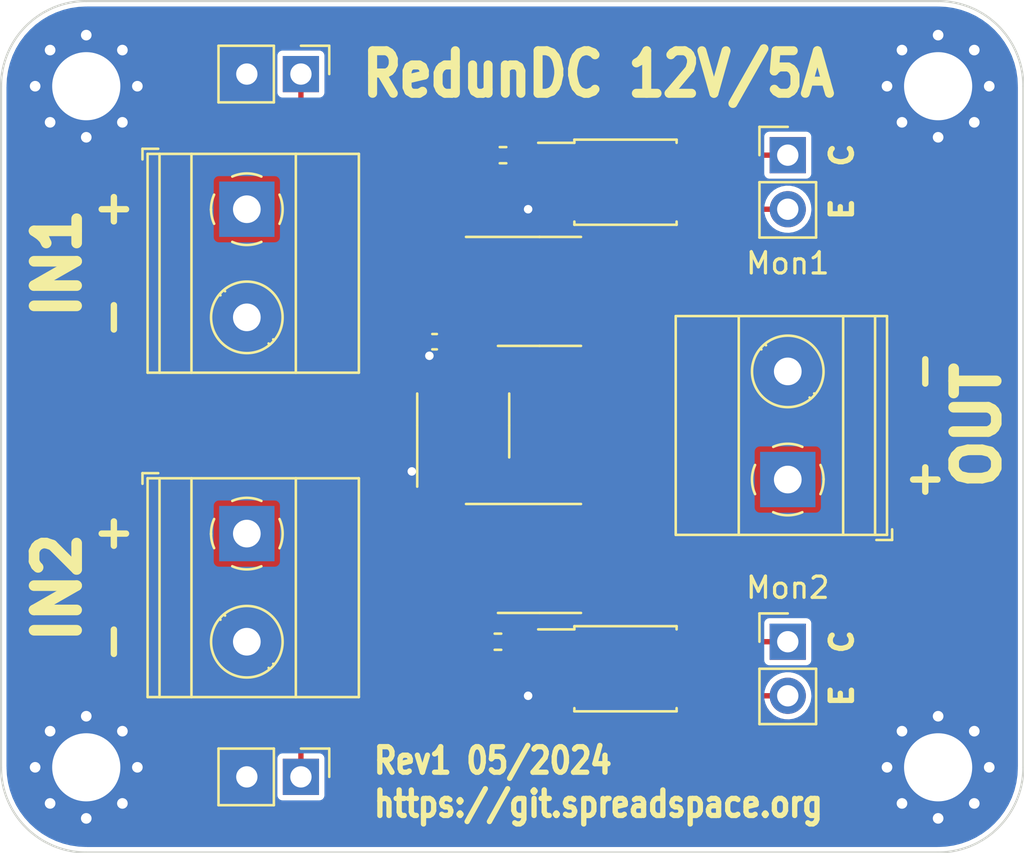
<source format=kicad_pcb>
(kicad_pcb (version 20211014) (generator pcbnew)
  (layers (0 "F.Cu" signal) (31 "B.Cu" signal) (34 "B.Paste" user) (35 "F.Paste" user) (36 "B.SilkS" user "B.Silkscreen") (37 "F.SilkS" user "F.Silkscreen") (38 "B.Mask" user) (39 "F.Mask" user) (44 "Edge.Cuts" user))
  (net 0 "")
  (net 1 "Net-(C1-Pad1)")
  (net 2 "GND")
  (net 3 "Net-(Q1-Pad4)")
  (net 4 "Net-(Q2-Pad4)")
  (net 10 "/IN1")
  (net 11 "/OUT")
  (net 12 "/IN2")
  (net 13 "Net-(R1-Pad2)")
  (net 14 "Net-(R2-Pad2)")
  (net 15 "Net-(U2-Pad3)")
  (net 16 "Net-(U2-Pad4)")
  (net 17 "Net-(U3-Pad3)")
  (net 18 "Net-(J5-Pad1)")
  (footprint "Connector_PinHeader_2.54mm:PinHeader_1x02_P2.54mm_Vertical" (layer "F.Cu") (at 132.08 107.95 -90)
    (fp_text reference "J7" hide)
    (fp_text value "Led2" hide)
    (fp_line (start 1.33 1.27) (end 1.33 3.87) (layer "F.SilkS") (width 0.12))
    (fp_line (start -1.33 1.27) (end -1.33 3.87) (layer "F.SilkS") (width 0.12))
    (fp_line (start -1.33 -1.33) (end 0 -1.33) (layer "F.SilkS") (width 0.12))
    (fp_line (start -1.33 0) (end -1.33 -1.33) (layer "F.SilkS") (width 0.12))
    (fp_line (start -1.33 1.27) (end 1.33 1.27) (layer "F.SilkS") (width 0.12))
    (fp_line (start -1.33 3.87) (end 1.33 3.87) (layer "F.SilkS") (width 0.12))
    (pad "1" thru_hole rect (at 0 0 270) (size 1.7 1.7) (drill 1) (layers *.Cu *.Mask) (net 12 "/IN2"))
    (pad "2" thru_hole oval (at 0 2.54 270) (size 1.7 1.7) (drill 1) (layers *.Cu *.Mask) (net 2 "GND"))
  )
  (footprint "Package_SO:SO-4_4.4x3.6mm_P2.54mm" (layer "F.Cu") (at 147.32 102.87)
    (fp_text reference "U3" hide)
    (fp_text value "LTV-358T")
    (fp_line (start -2.4 -1.85) (end -4.1 -1.85) (layer "F.SilkS") (width 0.12))
    (fp_line (start 2.4 -2) (end 2.4 -1.85) (layer "F.SilkS") (width 0.12))
    (fp_line (start -2.4 -2) (end 2.4 -2) (layer "F.SilkS") (width 0.12))
    (fp_line (start 2.4 1.85) (end 2.4 2) (layer "F.SilkS") (width 0.12))
    (fp_line (start -2.4 -1.85) (end -2.4 -2) (layer "F.SilkS") (width 0.12))
    (fp_line (start 2.4 2) (end -2.4 2) (layer "F.SilkS") (width 0.12))
    (fp_line (start -2.4 2) (end -2.4 1.85) (layer "F.SilkS") (width 0.12))
    (pad "1" smd rect (at -3.15 -1.27) (size 2 0.64) (layers "F.Cu" "F.Paste" "F.Mask") (net 14 "Net-(R2-Pad2)"))
    (pad "2" smd rect (at -3.15 1.27) (size 2 0.64) (layers "F.Cu" "F.Paste" "F.Mask") (net 2 "GND"))
    (pad "3" smd rect (at 3.15 1.27) (size 2 0.64) (layers "F.Cu" "F.Paste" "F.Mask") (net 17 "Net-(U3-Pad3)"))
    (pad "4" smd rect (at 3.15 -1.27) (size 2 0.64) (layers "F.Cu" "F.Paste" "F.Mask") (net 18 "Net-(J5-Pad1)"))
  )
  (footprint "Package_SO:SO-4_4.4x3.6mm_P2.54mm" (layer "F.Cu") (at 147.32 80.01)
    (fp_text reference "U2" hide)
    (fp_text value "LTV-358T")
    (fp_line (start -2.4 2) (end -2.4 1.85) (layer "F.SilkS") (width 0.12))
    (fp_line (start 2.4 2) (end -2.4 2) (layer "F.SilkS") (width 0.12))
    (fp_line (start 2.4 -2) (end 2.4 -1.85) (layer "F.SilkS") (width 0.12))
    (fp_line (start -2.4 -1.85) (end -4.1 -1.85) (layer "F.SilkS") (width 0.12))
    (fp_line (start -2.4 -1.85) (end -2.4 -2) (layer "F.SilkS") (width 0.12))
    (fp_line (start 2.4 1.85) (end 2.4 2) (layer "F.SilkS") (width 0.12))
    (fp_line (start -2.4 -2) (end 2.4 -2) (layer "F.SilkS") (width 0.12))
    (pad "1" smd rect (at -3.15 -1.27) (size 2 0.64) (layers "F.Cu" "F.Paste" "F.Mask") (net 13 "Net-(R1-Pad2)"))
    (pad "2" smd rect (at -3.15 1.27) (size 2 0.64) (layers "F.Cu" "F.Paste" "F.Mask") (net 2 "GND"))
    (pad "3" smd rect (at 3.15 1.27) (size 2 0.64) (layers "F.Cu" "F.Paste" "F.Mask") (net 15 "Net-(U2-Pad3)"))
    (pad "4" smd rect (at 3.15 -1.27) (size 2 0.64) (layers "F.Cu" "F.Paste" "F.Mask") (net 16 "Net-(U2-Pad4)"))
  )
  (footprint "Package_SO:SOIC-8_3.9x4.9mm_P1.27mm" (layer "F.Cu") (at 143.2814 85.1408)
    (fp_text reference "Q1" hide)
    (fp_text value "Si4162DY")
    (fp_line (start 0 2.56) (end -1.95 2.56) (layer "F.SilkS") (width 0.12))
    (fp_line (start 0 -2.56) (end 1.95 -2.56) (layer "F.SilkS") (width 0.12))
    (fp_line (start 0 -2.56) (end -3.45 -2.56) (layer "F.SilkS") (width 0.12))
    (fp_line (start 0 2.56) (end 1.95 2.56) (layer "F.SilkS") (width 0.12))
    (pad "1" smd roundrect (at -2.475 -1.905) (size 1.95 0.6) (layers "F.Cu" "F.Paste" "F.Mask") (net 10 "/IN1"))
    (pad "2" smd roundrect (at -2.475 -0.635) (size 1.95 0.6) (layers "F.Cu" "F.Paste" "F.Mask") (net 10 "/IN1"))
    (pad "3" smd roundrect (at -2.475 0.635) (size 1.95 0.6) (layers "F.Cu" "F.Paste" "F.Mask") (net 10 "/IN1"))
    (pad "4" smd roundrect (at -2.475 1.905) (size 1.95 0.6) (layers "F.Cu" "F.Paste" "F.Mask") (net 3 "Net-(Q1-Pad4)"))
    (pad "5" smd roundrect (at 2.475 1.905) (size 1.95 0.6) (layers "F.Cu" "F.Paste" "F.Mask") (net 11 "/OUT"))
    (pad "6" smd roundrect (at 2.475 0.635) (size 1.95 0.6) (layers "F.Cu" "F.Paste" "F.Mask") (net 11 "/OUT"))
    (pad "7" smd roundrect (at 2.475 -0.635) (size 1.95 0.6) (layers "F.Cu" "F.Paste" "F.Mask") (net 11 "/OUT"))
    (pad "8" smd roundrect (at 2.475 -1.905) (size 1.95 0.6) (layers "F.Cu" "F.Paste" "F.Mask") (net 11 "/OUT"))
  )
  (footprint "TerminalBlock_Phoenix:TerminalBlock_Phoenix_MKDS-1,5-2-5.08_1x02_P5.08mm_Horizontal" (layer "F.Cu") (at 129.54 96.52 -90)
    (fp_text reference "J3" hide)
    (fp_text value "IN2" (at 2.54 8.89 90) (layer "F.SilkS") (effects (font (size 2 2) (thickness 0.5))))
    (fp_line (start 3.853 1.023) (end 3.806 1.069) (layer "F.SilkS") (width 0.12))
    (fp_line (start -2.6 2.6) (end 7.68 2.6) (layer "F.SilkS") (width 0.12))
    (fp_line (start -2.84 4.16) (end -2.84 4.9) (layer "F.SilkS") (width 0.12))
    (fp_line (start 6.15 -1.275) (end 6.115 -1.239) (layer "F.SilkS") (width 0.12))
    (fp_line (start -2.6 -2.301) (end 7.68 -2.301) (layer "F.SilkS") (width 0.12))
    (fp_line (start -2.6 4.1) (end 7.68 4.1) (layer "F.SilkS") (width 0.12))
    (fp_line (start -2.84 4.9) (end -2.34 4.9) (layer "F.SilkS") (width 0.12))
    (fp_line (start 4.046 1.239) (end 4.011 1.274) (layer "F.SilkS") (width 0.12))
    (fp_line (start -2.6 -5.261) (end 7.68 -5.261) (layer "F.SilkS") (width 0.12))
    (fp_line (start -2.6 -5.261) (end -2.6 4.66) (layer "F.SilkS") (width 0.12))
    (fp_line (start 7.68 -5.261) (end 7.68 4.66) (layer "F.SilkS") (width 0.12))
    (fp_line (start -2.6 4.66) (end 7.68 4.66) (layer "F.SilkS") (width 0.12))
    (fp_line (start 6.355 -1.069) (end 6.308 -1.023) (layer "F.SilkS") (width 0.12))
    (fp_arc (start 1.535427 -0.683042) (mid 1.680501 0.000524) (end 1.535 0.684) (layer "F.SilkS") (width 0.12))
    (fp_arc (start -0.683042 -1.535427) (mid 0.000524 -1.680501) (end 0.684 -1.535) (layer "F.SilkS") (width 0.12))
    (fp_arc (start 0.683318 1.534756) (mid 0.349292 1.643288) (end 0 1.68) (layer "F.SilkS") (width 0.12))
    (fp_arc (start 0.028805 1.680253) (mid -0.335551 1.646659) (end -0.684 1.535) (layer "F.SilkS") (width 0.12))
    (fp_arc (start -1.535427 0.683042) (mid -1.680501 -0.000524) (end -1.535 -0.684) (layer "F.SilkS") (width 0.12))
    (fp_circle (center 5.08 0) (end 6.76 0) (layer "F.SilkS") (width 0.12) (fill none))
    (pad "1" thru_hole rect (at 0 0 270) (size 2.6 2.6) (drill 1.3) (layers *.Cu *.Mask) (net 12 "/IN2"))
    (pad "2" thru_hole circle (at 5.08 0 270) (size 2.6 2.6) (drill 1.3) (layers *.Cu *.Mask) (net 2 "GND"))
  )
  (footprint "Capacitor_SMD:C_0402_1005Metric" (layer "F.Cu") (at 138.3564 87.503 180)
    (fp_text reference "C1" hide)
    (fp_text value "C")
    (fp_line (start -0.107836 0.36) (end 0.107836 0.36) (layer "F.SilkS") (width 0.12))
    (fp_line (start -0.107836 -0.36) (end 0.107836 -0.36) (layer "F.SilkS") (width 0.12))
    (pad "1" smd roundrect (at -0.48 0 180) (size 0.56 0.62) (layers "F.Cu" "F.Paste" "F.Mask") (net 1 "Net-(C1-Pad1)"))
    (pad "2" smd roundrect (at 0.48 0 180) (size 0.56 0.62) (layers "F.Cu" "F.Paste" "F.Mask") (net 2 "GND"))
  )
  (footprint "Connector_PinHeader_2.54mm:PinHeader_1x02_P2.54mm_Vertical" (layer "F.Cu") (at 132.08 74.93 -90)
    (fp_text reference "J6" hide)
    (fp_text value "Led1" hide)
    (fp_line (start -1.33 0) (end -1.33 -1.33) (layer "F.SilkS") (width 0.12))
    (fp_line (start -1.33 3.87) (end 1.33 3.87) (layer "F.SilkS") (width 0.12))
    (fp_line (start 1.33 1.27) (end 1.33 3.87) (layer "F.SilkS") (width 0.12))
    (fp_line (start -1.33 1.27) (end 1.33 1.27) (layer "F.SilkS") (width 0.12))
    (fp_line (start -1.33 -1.33) (end 0 -1.33) (layer "F.SilkS") (width 0.12))
    (fp_line (start -1.33 1.27) (end -1.33 3.87) (layer "F.SilkS") (width 0.12))
    (pad "1" thru_hole rect (at 0 0 270) (size 1.7 1.7) (drill 1) (layers *.Cu *.Mask) (net 10 "/IN1"))
    (pad "2" thru_hole oval (at 0 2.54 270) (size 1.7 1.7) (drill 1) (layers *.Cu *.Mask) (net 2 "GND"))
  )
  (footprint "Package_SO:SOIC-8_3.9x4.9mm_P1.27mm" (layer "F.Cu") (at 143.2814 97.6884)
    (fp_text reference "Q2" hide)
    (fp_text value "Si4162DY")
    (fp_line (start 0 2.56) (end -1.95 2.56) (layer "F.SilkS") (width 0.12))
    (fp_line (start 0 -2.56) (end 1.95 -2.56) (layer "F.SilkS") (width 0.12))
    (fp_line (start 0 2.56) (end 1.95 2.56) (layer "F.SilkS") (width 0.12))
    (fp_line (start 0 -2.56) (end -3.45 -2.56) (layer "F.SilkS") (width 0.12))
    (pad "1" smd roundrect (at -2.475 -1.905) (size 1.95 0.6) (layers "F.Cu" "F.Paste" "F.Mask") (net 12 "/IN2"))
    (pad "2" smd roundrect (at -2.475 -0.635) (size 1.95 0.6) (layers "F.Cu" "F.Paste" "F.Mask") (net 12 "/IN2"))
    (pad "3" smd roundrect (at -2.475 0.635) (size 1.95 0.6) (layers "F.Cu" "F.Paste" "F.Mask") (net 12 "/IN2"))
    (pad "4" smd roundrect (at -2.475 1.905) (size 1.95 0.6) (layers "F.Cu" "F.Paste" "F.Mask") (net 4 "Net-(Q2-Pad4)"))
    (pad "5" smd roundrect (at 2.475 1.905) (size 1.95 0.6) (layers "F.Cu" "F.Paste" "F.Mask") (net 11 "/OUT"))
    (pad "6" smd roundrect (at 2.475 0.635) (size 1.95 0.6) (layers "F.Cu" "F.Paste" "F.Mask") (net 11 "/OUT"))
    (pad "7" smd roundrect (at 2.475 -0.635) (size 1.95 0.6) (layers "F.Cu" "F.Paste" "F.Mask") (net 11 "/OUT"))
    (pad "8" smd roundrect (at 2.475 -1.905) (size 1.95 0.6) (layers "F.Cu" "F.Paste" "F.Mask") (net 11 "/OUT"))
  )
  (footprint "MountingHole:MountingHole_3.2mm_M3_Pad_Via" (layer "F.Cu") (at 162 75.5)
    (fp_text reference "H1" hide)
    (fp_text value "MountingHole_Pad" hide)
    (pad "1" thru_hole circle (at 0 -2.4) (size 0.8 0.8) (drill 0.5) (layers *.Cu *.Mask) (net 2 "GND"))
    (pad "1" thru_hole circle (at -2.4 0) (size 0.8 0.8) (drill 0.5) (layers *.Cu *.Mask) (net 2 "GND"))
    (pad "1" thru_hole circle (at -1.697056 1.697056) (size 0.8 0.8) (drill 0.5) (layers *.Cu *.Mask) (net 2 "GND"))
    (pad "1" thru_hole circle (at -1.697056 -1.697056) (size 0.8 0.8) (drill 0.5) (layers *.Cu *.Mask) (net 2 "GND"))
    (pad "1" thru_hole circle (at 1.697056 1.697056) (size 0.8 0.8) (drill 0.5) (layers *.Cu *.Mask) (net 2 "GND"))
    (pad "1" thru_hole circle (at 0 2.4) (size 0.8 0.8) (drill 0.5) (layers *.Cu *.Mask) (net 2 "GND"))
    (pad "1" thru_hole circle (at 1.697056 -1.697056) (size 0.8 0.8) (drill 0.5) (layers *.Cu *.Mask) (net 2 "GND"))
    (pad "1" thru_hole circle (at 0 0) (size 6.4 6.4) (drill 3.2) (layers *.Cu *.Mask) (net 2 "GND"))
    (pad "1" thru_hole circle (at 2.4 0) (size 0.8 0.8) (drill 0.5) (layers *.Cu *.Mask) (net 2 "GND"))
  )
  (footprint "Resistor_SMD:R_0402_1005Metric" (layer "F.Cu") (at 141.332282 101.6)
    (fp_text reference "R2" hide)
    (fp_text value "390R")
    (fp_line (start -0.153641 0.38) (end 0.153641 0.38) (layer "F.SilkS") (width 0.12))
    (fp_line (start -0.153641 -0.38) (end 0.153641 -0.38) (layer "F.SilkS") (width 0.12))
    (pad "1" smd roundrect (at -0.51 0) (size 0.54 0.64) (layers "F.Cu" "F.Paste" "F.Mask") (net 12 "/IN2"))
    (pad "2" smd roundrect (at 0.51 0) (size 0.54 0.64) (layers "F.Cu" "F.Paste" "F.Mask") (net 14 "Net-(R2-Pad2)"))
  )
  (footprint "TerminalBlock_Phoenix:TerminalBlock_Phoenix_MKDS-1,5-2-5.08_1x02_P5.08mm_Horizontal" (layer "F.Cu") (at 154.94 93.98 90)
    (fp_text reference "J2" hide)
    (fp_text value "OUT" (at 2.54 8.89 90) (layer "F.SilkS") (effects (font (size 2 2) (thickness 0.5))))
    (fp_line (start -2.6 2.6) (end 7.68 2.6) (layer "F.SilkS") (width 0.12))
    (fp_line (start -2.6 4.1) (end 7.68 4.1) (layer "F.SilkS") (width 0.12))
    (fp_line (start 3.853 1.023) (end 3.806 1.069) (layer "F.SilkS") (width 0.12))
    (fp_line (start -2.84 4.9) (end -2.34 4.9) (layer "F.SilkS") (width 0.12))
    (fp_line (start 7.68 -5.261) (end 7.68 4.66) (layer "F.SilkS") (width 0.12))
    (fp_line (start -2.6 4.66) (end 7.68 4.66) (layer "F.SilkS") (width 0.12))
    (fp_line (start 6.355 -1.069) (end 6.308 -1.023) (layer "F.SilkS") (width 0.12))
    (fp_line (start -2.6 -5.261) (end 7.68 -5.261) (layer "F.SilkS") (width 0.12))
    (fp_line (start -2.6 -2.301) (end 7.68 -2.301) (layer "F.SilkS") (width 0.12))
    (fp_line (start -2.6 -5.261) (end -2.6 4.66) (layer "F.SilkS") (width 0.12))
    (fp_line (start 4.046 1.239) (end 4.011 1.274) (layer "F.SilkS") (width 0.12))
    (fp_line (start -2.84 4.16) (end -2.84 4.9) (layer "F.SilkS") (width 0.12))
    (fp_line (start 6.15 -1.275) (end 6.115 -1.239) (layer "F.SilkS") (width 0.12))
    (fp_arc (start -1.535427 0.683042) (mid -1.680501 -0.000524) (end -1.535 -0.684) (layer "F.SilkS") (width 0.12))
    (fp_arc (start 0.028805 1.680253) (mid -0.335551 1.646659) (end -0.684 1.535) (layer "F.SilkS") (width 0.12))
    (fp_arc (start 1.535427 -0.683042) (mid 1.680501 0.000524) (end 1.535 0.684) (layer "F.SilkS") (width 0.12))
    (fp_arc (start -0.683042 -1.535427) (mid 0.000524 -1.680501) (end 0.684 -1.535) (layer "F.SilkS") (width 0.12))
    (fp_arc (start 0.683318 1.534756) (mid 0.349292 1.643288) (end 0 1.68) (layer "F.SilkS") (width 0.12))
    (fp_circle (center 5.08 0) (end 6.76 0) (layer "F.SilkS") (width 0.12) (fill none))
    (pad "1" thru_hole rect (at 0 0 90) (size 2.6 2.6) (drill 1.3) (layers *.Cu *.Mask) (net 11 "/OUT"))
    (pad "2" thru_hole circle (at 5.08 0 90) (size 2.6 2.6) (drill 1.3) (layers *.Cu *.Mask) (net 2 "GND"))
  )
  (footprint "MountingHole:MountingHole_3.2mm_M3_Pad_Via" (layer "F.Cu") (at 162 107.5)
    (fp_text reference "H4" hide)
    (fp_text value "MountingHole_Pad" hide)
    (pad "1" thru_hole circle (at 0 0) (size 6.4 6.4) (drill 3.2) (layers *.Cu *.Mask) (net 2 "GND"))
    (pad "1" thru_hole circle (at -1.697056 1.697056) (size 0.8 0.8) (drill 0.5) (layers *.Cu *.Mask) (net 2 "GND"))
    (pad "1" thru_hole circle (at 2.4 0) (size 0.8 0.8) (drill 0.5) (layers *.Cu *.Mask) (net 2 "GND"))
    (pad "1" thru_hole circle (at 1.697056 1.697056) (size 0.8 0.8) (drill 0.5) (layers *.Cu *.Mask) (net 2 "GND"))
    (pad "1" thru_hole circle (at -1.697056 -1.697056) (size 0.8 0.8) (drill 0.5) (layers *.Cu *.Mask) (net 2 "GND"))
    (pad "1" thru_hole circle (at 0 -2.4) (size 0.8 0.8) (drill 0.5) (layers *.Cu *.Mask) (net 2 "GND"))
    (pad "1" thru_hole circle (at 1.697056 -1.697056) (size 0.8 0.8) (drill 0.5) (layers *.Cu *.Mask) (net 2 "GND"))
    (pad "1" thru_hole circle (at -2.4 0) (size 0.8 0.8) (drill 0.5) (layers *.Cu *.Mask) (net 2 "GND"))
    (pad "1" thru_hole circle (at 0 2.4) (size 0.8 0.8) (drill 0.5) (layers *.Cu *.Mask) (net 2 "GND"))
  )
  (footprint "MountingHole:MountingHole_3.2mm_M3_Pad_Via" (layer "F.Cu") (at 122 75.5)
    (fp_text reference "H3" hide)
    (fp_text value "MountingHole_Pad" hide)
    (pad "1" thru_hole circle (at 1.697056 1.697056) (size 0.8 0.8) (drill 0.5) (layers *.Cu *.Mask) (net 2 "GND"))
    (pad "1" thru_hole circle (at 1.697056 -1.697056) (size 0.8 0.8) (drill 0.5) (layers *.Cu *.Mask) (net 2 "GND"))
    (pad "1" thru_hole circle (at -1.697056 1.697056) (size 0.8 0.8) (drill 0.5) (layers *.Cu *.Mask) (net 2 "GND"))
    (pad "1" thru_hole circle (at 0 -2.4) (size 0.8 0.8) (drill 0.5) (layers *.Cu *.Mask) (net 2 "GND"))
    (pad "1" thru_hole circle (at 0 2.4) (size 0.8 0.8) (drill 0.5) (layers *.Cu *.Mask) (net 2 "GND"))
    (pad "1" thru_hole circle (at -1.697056 -1.697056) (size 0.8 0.8) (drill 0.5) (layers *.Cu *.Mask) (net 2 "GND"))
    (pad "1" thru_hole circle (at 2.4 0) (size 0.8 0.8) (drill 0.5) (layers *.Cu *.Mask) (net 2 "GND"))
    (pad "1" thru_hole circle (at 0 0) (size 6.4 6.4) (drill 3.2) (layers *.Cu *.Mask) (net 2 "GND"))
    (pad "1" thru_hole circle (at -2.4 0) (size 0.8 0.8) (drill 0.5) (layers *.Cu *.Mask) (net 2 "GND"))
  )
  (footprint "Package_SO:MSOP-16_3x4mm_P0.5mm" (layer "F.Cu") (at 139.7 91.44 90)
    (fp_text reference "U1" hide)
    (fp_text value "LTC4370xMS")
    (fp_line (start 0 2.16) (end -1.5 2.16) (layer "F.SilkS") (width 0.12))
    (fp_line (start 0 -2.16) (end -2.875 -2.16) (layer "F.SilkS") (width 0.12))
    (fp_line (start 0 -2.16) (end 1.5 -2.16) (layer "F.SilkS") (width 0.12))
    (fp_line (start 0 2.16) (end 1.5 2.16) (layer "F.SilkS") (width 0.12))
    (pad "1" smd roundrect (at -2.15 -1.75 90) (size 1.45 0.3) (layers "F.Cu" "F.Paste" "F.Mask") (net 2 "GND"))
    (pad "2" smd roundrect (at -2.15 -1.25 90) (size 1.45 0.3) (layers "F.Cu" "F.Paste" "F.Mask") (net 1 "Net-(C1-Pad1)"))
    (pad "3" smd roundrect (at -2.15 -0.75 90) (size 1.45 0.3) (layers "F.Cu" "F.Paste" "F.Mask"))
    (pad "4" smd roundrect (at -2.15 -0.25 90) (size 1.45 0.3) (layers "F.Cu" "F.Paste" "F.Mask") (net 12 "/IN2"))
    (pad "5" smd roundrect (at -2.15 0.25 90) (size 1.45 0.3) (layers "F.Cu" "F.Paste" "F.Mask") (net 4 "Net-(Q2-Pad4)"))
    (pad "6" smd roundrect (at -2.15 0.75 90) (size 1.45 0.3) (layers "F.Cu" "F.Paste" "F.Mask"))
    (pad "7" smd roundrect (at -2.15 1.25 90) (size 1.45 0.3) (layers "F.Cu" "F.Paste" "F.Mask") (net 11 "/OUT"))
    (pad "8" smd roundrect (at -2.15 1.75 90) (size 1.45 0.3) (layers "F.Cu" "F.Paste" "F.Mask"))
    (pad "9" smd roundrect (at 2.15 1.75 90) (size 1.45 0.3) (layers "F.Cu" "F.Paste" "F.Mask"))
    (pad "10" smd roundrect (at 2.15 1.25 90) (size 1.45 0.3) (layers "F.Cu" "F.Paste" "F.Mask") (net 11 "/OUT"))
    (pad "11" smd roundrect (at 2.15 0.75 90) (size 1.45 0.3) (layers "F.Cu" "F.Paste" "F.Mask"))
    (pad "12" smd roundrect (at 2.15 0.25 90) (size 1.45 0.3) (layers "F.Cu" "F.Paste" "F.Mask") (net 3 "Net-(Q1-Pad4)"))
    (pad "13" smd roundrect (at 2.15 -0.25 90) (size 1.45 0.3) (layers "F.Cu" "F.Paste" "F.Mask") (net 10 "/IN1"))
    (pad "14" smd roundrect (at 2.15 -0.75 90) (size 1.45 0.3) (layers "F.Cu" "F.Paste" "F.Mask") (net 1 "Net-(C1-Pad1)"))
    (pad "15" smd roundrect (at 2.15 -1.25 90) (size 1.45 0.3) (layers "F.Cu" "F.Paste" "F.Mask") (net 2 "GND"))
    (pad "16" smd roundrect (at 2.15 -1.75 90) (size 1.45 0.3) (layers "F.Cu" "F.Paste" "F.Mask") (net 2 "GND"))
  )
  (footprint "MountingHole:MountingHole_3.2mm_M3_Pad_Via" (layer "F.Cu") (at 122 107.5)
    (fp_text reference "H2" hide)
    (fp_text value "MountingHole_Pad" hide)
    (pad "1" thru_hole circle (at 1.697056 -1.697056) (size 0.8 0.8) (drill 0.5) (layers *.Cu *.Mask) (net 2 "GND"))
    (pad "1" thru_hole circle (at -2.4 0) (size 0.8 0.8) (drill 0.5) (layers *.Cu *.Mask) (net 2 "GND"))
    (pad "1" thru_hole circle (at 2.4 0) (size 0.8 0.8) (drill 0.5) (layers *.Cu *.Mask) (net 2 "GND"))
    (pad "1" thru_hole circle (at 0 -2.4) (size 0.8 0.8) (drill 0.5) (layers *.Cu *.Mask) (net 2 "GND"))
    (pad "1" thru_hole circle (at -1.697056 -1.697056) (size 0.8 0.8) (drill 0.5) (layers *.Cu *.Mask) (net 2 "GND"))
    (pad "1" thru_hole circle (at 1.697056 1.697056) (size 0.8 0.8) (drill 0.5) (layers *.Cu *.Mask) (net 2 "GND"))
    (pad "1" thru_hole circle (at 0 0) (size 6.4 6.4) (drill 3.2) (layers *.Cu *.Mask) (net 2 "GND"))
    (pad "1" thru_hole circle (at -1.697056 1.697056) (size 0.8 0.8) (drill 0.5) (layers *.Cu *.Mask) (net 2 "GND"))
    (pad "1" thru_hole circle (at 0 2.4) (size 0.8 0.8) (drill 0.5) (layers *.Cu *.Mask) (net 2 "GND"))
  )
  (footprint "Connector_PinHeader_2.54mm:PinHeader_1x02_P2.54mm_Vertical" (layer "F.Cu") (at 154.94 78.74)
    (fp_text reference "J4" hide)
    (fp_text value "Mon1" (at 0 5.08) (layer "F.SilkS"))
    (fp_line (start -1.33 3.87) (end 1.33 3.87) (layer "F.SilkS") (width 0.12))
    (fp_line (start -1.33 -1.33) (end 0 -1.33) (layer "F.SilkS") (width 0.12))
    (fp_line (start -1.33 0) (end -1.33 -1.33) (layer "F.SilkS") (width 0.12))
    (fp_line (start 1.33 1.27) (end 1.33 3.87) (layer "F.SilkS") (width 0.12))
    (fp_line (start -1.33 1.27) (end -1.33 3.87) (layer "F.SilkS") (width 0.12))
    (fp_line (start -1.33 1.27) (end 1.33 1.27) (layer "F.SilkS") (width 0.12))
    (pad "1" thru_hole rect (at 0 0) (size 1.7 1.7) (drill 1) (layers *.Cu *.Mask) (net 16 "Net-(U2-Pad4)"))
    (pad "2" thru_hole oval (at 0 2.54) (size 1.7 1.7) (drill 1) (layers *.Cu *.Mask) (net 15 "Net-(U2-Pad3)"))
  )
  (footprint "TerminalBlock_Phoenix:TerminalBlock_Phoenix_MKDS-1,5-2-5.08_1x02_P5.08mm_Horizontal" (layer "F.Cu") (at 129.54 81.28 -90)
    (fp_text reference "J1" hide)
    (fp_text value "IN1" (at 2.54 8.89 90) (layer "F.SilkS") (effects (font (size 2 2) (thickness 0.5))))
    (fp_line (start -2.84 4.16) (end -2.84 4.9) (layer "F.SilkS") (width 0.12))
    (fp_line (start 3.853 1.023) (end 3.806 1.069) (layer "F.SilkS") (width 0.12))
    (fp_line (start -2.84 4.9) (end -2.34 4.9) (layer "F.SilkS") (width 0.12))
    (fp_line (start 4.046 1.239) (end 4.011 1.274) (layer "F.SilkS") (width 0.12))
    (fp_line (start 6.355 -1.069) (end 6.308 -1.023) (layer "F.SilkS") (width 0.12))
    (fp_line (start -2.6 -2.301) (end 7.68 -2.301) (layer "F.SilkS") (width 0.12))
    (fp_line (start 6.15 -1.275) (end 6.115 -1.239) (layer "F.SilkS") (width 0.12))
    (fp_line (start -2.6 -5.261) (end -2.6 4.66) (layer "F.SilkS") (width 0.12))
    (fp_line (start -2.6 4.1) (end 7.68 4.1) (layer "F.SilkS") (width 0.12))
    (fp_line (start -2.6 2.6) (end 7.68 2.6) (layer "F.SilkS") (width 0.12))
    (fp_line (start -2.6 4.66) (end 7.68 4.66) (layer "F.SilkS") (width 0.12))
    (fp_line (start 7.68 -5.261) (end 7.68 4.66) (layer "F.SilkS") (width 0.12))
    (fp_line (start -2.6 -5.261) (end 7.68 -5.261) (layer "F.SilkS") (width 0.12))
    (fp_arc (start 0.683318 1.534756) (mid 0.349292 1.643288) (end 0 1.68) (layer "F.SilkS") (width 0.12))
    (fp_arc (start 1.535427 -0.683042) (mid 1.680501 0.000524) (end 1.535 0.684) (layer "F.SilkS") (width 0.12))
    (fp_arc (start -1.535427 0.683042) (mid -1.680501 -0.000524) (end -1.535 -0.684) (layer "F.SilkS") (width 0.12))
    (fp_arc (start -0.683042 -1.535427) (mid 0.000524 -1.680501) (end 0.684 -1.535) (layer "F.SilkS") (width 0.12))
    (fp_arc (start 0.028805 1.680253) (mid -0.335551 1.646659) (end -0.684 1.535) (layer "F.SilkS") (width 0.12))
    (fp_circle (center 5.08 0) (end 6.76 0) (layer "F.SilkS") (width 0.12) (fill none))
    (pad "1" thru_hole rect (at 0 0 270) (size 2.6 2.6) (drill 1.3) (layers *.Cu *.Mask) (net 10 "/IN1"))
    (pad "2" thru_hole circle (at 5.08 0 270) (size 2.6 2.6) (drill 1.3) (layers *.Cu *.Mask) (net 2 "GND"))
  )
  (footprint "Connector_PinHeader_2.54mm:PinHeader_1x02_P2.54mm_Vertical" (layer "F.Cu") (at 154.94 101.6)
    (fp_text reference "J5" hide)
    (fp_text value "Mon2" (at 0 -2.54) (layer "F.SilkS"))
    (fp_line (start 1.33 1.27) (end 1.33 3.87) (layer "F.SilkS") (width 0.12))
    (fp_line (start -1.33 1.27) (end 1.33 1.27) (layer "F.SilkS") (width 0.12))
    (fp_line (start -1.33 3.87) (end 1.33 3.87) (layer "F.SilkS") (width 0.12))
    (fp_line (start -1.33 -1.33) (end 0 -1.33) (layer "F.SilkS") (width 0.12))
    (fp_line (start -1.33 1.27) (end -1.33 3.87) (layer "F.SilkS") (width 0.12))
    (fp_line (start -1.33 0) (end -1.33 -1.33) (layer "F.SilkS") (width 0.12))
    (pad "1" thru_hole rect (at 0 0) (size 1.7 1.7) (drill 1) (layers *.Cu *.Mask) (net 18 "Net-(J5-Pad1)"))
    (pad "2" thru_hole oval (at 0 2.54) (size 1.7 1.7) (drill 1) (layers *.Cu *.Mask) (net 17 "Net-(U3-Pad3)"))
  )
  (footprint "Resistor_SMD:R_0402_1005Metric" (layer "F.Cu") (at 141.57 78.74)
    (fp_text reference "R1" hide)
    (fp_text value "390R")
    (fp_line (start -0.153641 0.38) (end 0.153641 0.38) (layer "F.SilkS") (width 0.12))
    (fp_line (start -0.153641 -0.38) (end 0.153641 -0.38) (layer "F.SilkS") (width 0.12))
    (pad "1" smd roundrect (at -0.51 0) (size 0.54 0.64) (layers "F.Cu" "F.Paste" "F.Mask") (net 10 "/IN1"))
    (pad "2" smd roundrect (at 0.51 0) (size 0.54 0.64) (layers "F.Cu" "F.Paste" "F.Mask") (net 13 "Net-(R1-Pad2)"))
  )
  (gr_arc (start 162 71.5) (mid 164.828427 72.671573) (end 166 75.5) (layer "Edge.Cuts") (width 0.1))
  (gr_arc (start 118 75.5) (mid 119.171573 72.671573) (end 122 71.5) (layer "Edge.Cuts") (width 0.1))
  (gr_arc (start 122 111.5) (mid 119.171573 110.328427) (end 118 107.5) (layer "Edge.Cuts") (width 0.1))
  (gr_line (start 118 107.5) (end 118 75.5) (layer "Edge.Cuts") (width 0.1))
  (gr_line (start 166 75.5) (end 166 107.5) (layer "Edge.Cuts") (width 0.1))
  (gr_line (start 122 71.5) (end 162 71.5) (layer "Edge.Cuts") (width 0.1))
  (gr_line (start 162 111.5) (end 122 111.5) (layer "Edge.Cuts") (width 0.1))
  (gr_arc (start 166 107.5) (mid 164.828427 110.328427) (end 162 111.5) (layer "Edge.Cuts") (width 0.1))
  (gr_text "RedunDC 12V/5A" (at 146.05 74.93) (layer "F.SilkS") (effects (font (size 2 1.7) (thickness 0.425))))
  (gr_text "+" (at 161.29 93.98 90) (layer "F.SilkS") (effects (font (size 1.5 1.5) (thickness 0.3))))
  (gr_text "+" (at 123.19 81.28 90) (layer "F.SilkS") (effects (font (size 1.5 1.5) (thickness 0.3))))
  (gr_text "E" (at 157.48 81.28 90) (layer "F.SilkS") (effects (font (size 1 1) (thickness 0.25))))
  (gr_text "-" (at 123.19 86.36 90) (layer "F.SilkS") (effects (font (size 1.5 1.5) (thickness 0.3))))
  (gr_text "C\n" (at 157.48 101.6 90) (layer "F.SilkS") (effects (font (size 1 1) (thickness 0.25))))
  (gr_text "E" (at 157.48 104.14 90) (layer "F.SilkS") (effects (font (size 1 1) (thickness 0.25))))
  (gr_text "https://git.spreadspace.org" (at 146.05 109.22) (layer "F.SilkS") (effects (font (size 1.2 1) (thickness 0.25))))
  (gr_text "Rev1 05/2024" (at 135.382 107.188) (layer "F.SilkS") (effects (font (size 1.2 1) (thickness 0.25)) (justify left)))
  (gr_text "-" (at 123.19 101.6 90) (layer "F.SilkS") (effects (font (size 1.5 1.5) (thickness 0.3))))
  (gr_text "+" (at 123.19 96.52 90) (layer "F.SilkS") (effects (font (size 1.5 1.5) (thickness 0.3))))
  (gr_text "-" (at 161.29 88.9 90) (layer "F.SilkS") (effects (font (size 1.5 1.5) (thickness 0.3))))
  (gr_text "C\n" (at 157.48 78.74 90) (layer "F.SilkS") (effects (font (size 1 1) (thickness 0.25))))
  (segment (start 138.95 89.29) (end 138.95 88.277) (width 0.25) (layer "F.Cu") (net 1))
  (segment (start 138.8364 88.1634) (end 138.8364 87.503) (width 0.25) (layer "F.Cu") (net 1))
  (segment (start 138.95 89.29) (end 138.95 91.174) (width 0.25) (layer "F.Cu") (net 1))
  (segment (start 138.95 91.174) (end 138.45 91.674) (width 0.25) (layer "F.Cu") (net 1))
  (segment (start 138.45 93.59) (end 138.45 91.674) (width 0.25) (layer "F.Cu") (net 1))
  (segment (start 138.95 88.277) (end 138.8364 88.1634) (width 0.25) (layer "F.Cu") (net 1))
  (segment (start 137.95 88.327744) (end 138.111903 88.165841) (width 0.25) (layer "F.Cu") (net 2))
  (segment (start 137.8764 87.930338) (end 138.111903 88.165841) (width 0.25) (layer "F.Cu") (net 2))
  (segment (start 144.17 104.14) (end 142.748 104.14) (width 0.25) (layer "F.Cu") (net 2))
  (segment (start 137.8764 87.503) (end 137.8764 87.930338) (width 0.25) (layer "F.Cu") (net 2))
  (segment (start 138.45 88.503938) (end 138.111903 88.165841) (width 0.25) (layer "F.Cu") (net 2))
  (segment (start 137.95 89.29) (end 137.95 88.327744) (width 0.25) (layer "F.Cu") (net 2))
  (segment (start 137.95 93.59) (end 137.296 93.59) (width 0.25) (layer "F.Cu") (net 2))
  (segment (start 138.45 89.29) (end 138.45 88.503938) (width 0.25) (layer "F.Cu") (net 2))
  (segment (start 144.17 81.28) (end 142.748 81.28) (width 0.25) (layer "F.Cu") (net 2))
  (segment (start 137.296 93.59) (end 137.287 93.599) (width 0.25) (layer "F.Cu") (net 2))
  (via (at 142.748 104.14) (size 0.8) (drill 0.4) (layers "F.Cu" "B.Cu") (net 2))
  (via (at 138.111903 88.165841) (size 0.8) (drill 0.4) (layers "F.Cu" "B.Cu") (net 2))
  (via (at 137.287 93.599) (size 0.8) (drill 0.4) (layers "F.Cu" "B.Cu") (net 2))
  (via (at 142.748 81.28) (size 0.8) (drill 0.4) (layers "F.Cu" "B.Cu") (net 2))
  (segment (start 139.95 89.29) (end 139.95 88.396) (width 0.25) (layer "F.Cu") (net 3))
  (segment (start 140.8064 87.5396) (end 140.8064 87.0458) (width 0.25) (layer "F.Cu") (net 3))
  (segment (start 139.95 88.396) (end 140.8064 87.5396) (width 0.25) (layer "F.Cu") (net 3))
  (segment (start 141.732 94.742) (end 142.494 95.504) (width 0.25) (layer "F.Cu") (net 4))
  (segment (start 139.95 94.380685) (end 140.311315 94.742) (width 0.25) (layer "F.Cu") (net 4))
  (segment (start 142.494 95.504) (end 142.494 99.187) (width 0.25) (layer "F.Cu") (net 4))
  (segment (start 142.0876 99.5934) (end 140.8064 99.5934) (width 0.25) (layer "F.Cu") (net 4))
  (segment (start 139.95 93.59) (end 139.95 94.380685) (width 0.25) (layer "F.Cu") (net 4))
  (segment (start 140.311315 94.742) (end 141.732 94.742) (width 0.25) (layer "F.Cu") (net 4))
  (segment (start 142.494 99.187) (end 142.0876 99.5934) (width 0.25) (layer "F.Cu") (net 4))
  (segment (start 139.45 89.29) (end 139.45 85.975) (width 0.25) (layer "F.Cu") (net 10))
  (segment (start 139.6492 85.7758) (end 140.8064 85.7758) (width 0.25) (layer "F.Cu") (net 10))
  (segment (start 141.06 78.74) (end 141.06 82.9822) (width 0.25) (layer "F.Cu") (net 10))
  (segment (start 132.08 81.28) (end 129.54 81.28) (width 0.25) (layer "F.Cu") (net 10))
  (segment (start 139.45 85.975) (end 139.6492 85.7758) (width 0.25) (layer "F.Cu") (net 10))
  (segment (start 132.08 74.93) (end 132.08 81.28) (width 0.25) (layer "F.Cu") (net 10))
  (segment (start 141.06 82.9822) (end 140.8064 83.2358) (width 0.25) (layer "F.Cu") (net 10))
  (segment (start 145.7564 95.7834) (end 145.7564 91.4112) (width 0.25) (layer "F.Cu") (net 11))
  (segment (start 145.7564 91.4112) (end 145.6382 91.293) (width 0.25) (layer "F.Cu") (net 11))
  (segment (start 145.7564 91.1748) (end 145.7564 87.0458) (width 0.25) (layer "F.Cu") (net 11))
  (segment (start 140.95 91.293) (end 140.95 93.59) (width 0.25) (layer "F.Cu") (net 11))
  (segment (start 140.95 91.293) (end 145.6382 91.293) (width 0.25) (layer "F.Cu") (net 11))
  (segment (start 140.95 89.29) (end 140.95 91.293) (width 0.25) (layer "F.Cu") (net 11))
  (segment (start 145.6382 91.293) (end 145.7564 91.1748) (width 0.25) (layer "F.Cu") (net 11))
  (segment (start 139.45 95.635) (end 139.5984 95.7834) (width 0.25) (layer "F.Cu") (net 12))
  (segment (start 139.7 101.6) (end 138.176 100.076) (width 0.25) (layer "F.Cu") (net 12))
  (segment (start 140.822282 101.6) (end 139.7 101.6) (width 0.25) (layer "F.Cu") (net 12))
  (segment (start 132.08 96.52) (end 129.54 96.52) (width 0.25) (layer "F.Cu") (net 12))
  (segment (start 132.08 107.95) (end 132.08 96.52) (width 0.25) (layer "F.Cu") (net 12))
  (segment (start 139.45 93.59) (end 139.45 95.635) (width 0.25) (layer "F.Cu") (net 12))
  (segment (start 139.5984 95.7834) (end 140.8064 95.7834) (width 0.25) (layer "F.Cu") (net 12))
  (segment (start 138.176 100.076) (end 138.176 98.3234) (width 0.25) (layer "F.Cu") (net 12))
  (segment (start 138.176 98.3234) (end 140.8064 98.3234) (width 0.25) (layer "F.Cu") (net 12))
  (segment (start 144.17 78.74) (end 142.08 78.74) (width 0.25) (layer "F.Cu") (net 13))
  (segment (start 144.17 101.6) (end 141.842282 101.6) (width 0.25) (layer "F.Cu") (net 14))
  (segment (start 154.94 81.28) (end 150.47 81.28) (width 0.25) (layer "F.Cu") (net 15))
  (segment (start 154.94 78.74) (end 150.47 78.74) (width 0.25) (layer "F.Cu") (net 16))
  (segment (start 154.94 104.14) (end 150.47 104.14) (width 0.25) (layer "F.Cu") (net 17))
  (segment (start 154.94 101.6) (end 150.47 101.6) (width 0.25) (layer "F.Cu") (net 18))
  (zone (net 12) (net_name "/IN2") (layer "F.Cu") (connect_pads yes (clearance 0.254)) (min_thickness 0.127) (fill yes (thermal_gap 0.508) (thermal_bridge_width 1.27))
    (polygon (pts (xy 141.991994 98.906853) (xy 128.2446 98.9584) (xy 127 97.8408) (xy 127 95.2246) (xy 128.2446 93.98) (xy 134.3914 93.98) (xy 135.636 95.25) (xy 141.966594 95.249253)))
  )
  (zone (net 11) (net_name "/OUT") (layer "F.Cu") (connect_pads yes (clearance 0.254)) (min_thickness 0.127) (fill yes (thermal_gap 0.508) (thermal_bridge_width 1.27))
    (polygon (pts (xy 151.13 85.8774) (xy 151.13 89.916) (xy 152.654 91.3638) (xy 156.2354 91.3638) (xy 157.5562 92.6592) (xy 157.5562 95.3262) (xy 156.2354 96.5708) (xy 152.654 96.4946) (xy 148.463 100.1268) (xy 144.399 100.076) (xy 144.399 82.677) (xy 148.082 82.677)))
  )
  (zone (net 10) (net_name "/IN1") (layer "F.Cu") (connect_pads yes (clearance 0.254)) (min_thickness 0.127) (fill yes (thermal_gap 0.508) (thermal_bridge_width 1.27))
    (polygon (pts (xy 141.986 86.4616) (xy 135.128 86.487) (xy 131.8514 83.8454) (xy 128.27 83.8708) (xy 126.9238 82.5754) (xy 126.9492 79.9846) (xy 128.27 78.7654) (xy 131.826 78.7146) (xy 135.9408 82.4738) (xy 141.986019 82.443149)))
  )
  (zone (net 2) (net_name "GND") (layer "B.Cu") (connect_pads yes (clearance 0.254)) (min_thickness 0.127) (fill yes (thermal_gap 0.508) (thermal_bridge_width 1.27))
    (polygon (pts (xy 166 111.5) (xy 118 111.5) (xy 118 77.597) (xy 118 71.5) (xy 166 71.5)))
  )
)
</source>
